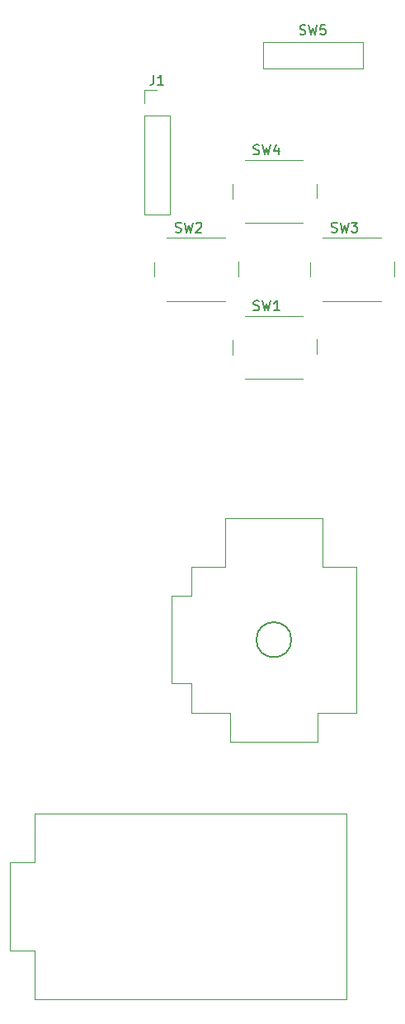
<source format=gbr>
%TF.GenerationSoftware,KiCad,Pcbnew,9.0.0*%
%TF.CreationDate,2025-04-04T15:17:04-04:00*%
%TF.ProjectId,right,72696768-742e-46b6-9963-61645f706362,rev?*%
%TF.SameCoordinates,Original*%
%TF.FileFunction,Legend,Top*%
%TF.FilePolarity,Positive*%
%FSLAX46Y46*%
G04 Gerber Fmt 4.6, Leading zero omitted, Abs format (unit mm)*
G04 Created by KiCad (PCBNEW 9.0.0) date 2025-04-04 15:17:04*
%MOMM*%
%LPD*%
G01*
G04 APERTURE LIST*
%ADD10C,0.150000*%
%ADD11C,0.120000*%
%ADD12C,0.100000*%
%ADD13C,0.200000*%
G04 APERTURE END LIST*
D10*
X125566667Y-65737200D02*
X125709524Y-65784819D01*
X125709524Y-65784819D02*
X125947619Y-65784819D01*
X125947619Y-65784819D02*
X126042857Y-65737200D01*
X126042857Y-65737200D02*
X126090476Y-65689580D01*
X126090476Y-65689580D02*
X126138095Y-65594342D01*
X126138095Y-65594342D02*
X126138095Y-65499104D01*
X126138095Y-65499104D02*
X126090476Y-65403866D01*
X126090476Y-65403866D02*
X126042857Y-65356247D01*
X126042857Y-65356247D02*
X125947619Y-65308628D01*
X125947619Y-65308628D02*
X125757143Y-65261009D01*
X125757143Y-65261009D02*
X125661905Y-65213390D01*
X125661905Y-65213390D02*
X125614286Y-65165771D01*
X125614286Y-65165771D02*
X125566667Y-65070533D01*
X125566667Y-65070533D02*
X125566667Y-64975295D01*
X125566667Y-64975295D02*
X125614286Y-64880057D01*
X125614286Y-64880057D02*
X125661905Y-64832438D01*
X125661905Y-64832438D02*
X125757143Y-64784819D01*
X125757143Y-64784819D02*
X125995238Y-64784819D01*
X125995238Y-64784819D02*
X126138095Y-64832438D01*
X126471429Y-64784819D02*
X126709524Y-65784819D01*
X126709524Y-65784819D02*
X126900000Y-65070533D01*
X126900000Y-65070533D02*
X127090476Y-65784819D01*
X127090476Y-65784819D02*
X127328572Y-64784819D01*
X127661905Y-64880057D02*
X127709524Y-64832438D01*
X127709524Y-64832438D02*
X127804762Y-64784819D01*
X127804762Y-64784819D02*
X128042857Y-64784819D01*
X128042857Y-64784819D02*
X128138095Y-64832438D01*
X128138095Y-64832438D02*
X128185714Y-64880057D01*
X128185714Y-64880057D02*
X128233333Y-64975295D01*
X128233333Y-64975295D02*
X128233333Y-65070533D01*
X128233333Y-65070533D02*
X128185714Y-65213390D01*
X128185714Y-65213390D02*
X127614286Y-65784819D01*
X127614286Y-65784819D02*
X128233333Y-65784819D01*
X138316667Y-45447200D02*
X138459524Y-45494819D01*
X138459524Y-45494819D02*
X138697619Y-45494819D01*
X138697619Y-45494819D02*
X138792857Y-45447200D01*
X138792857Y-45447200D02*
X138840476Y-45399580D01*
X138840476Y-45399580D02*
X138888095Y-45304342D01*
X138888095Y-45304342D02*
X138888095Y-45209104D01*
X138888095Y-45209104D02*
X138840476Y-45113866D01*
X138840476Y-45113866D02*
X138792857Y-45066247D01*
X138792857Y-45066247D02*
X138697619Y-45018628D01*
X138697619Y-45018628D02*
X138507143Y-44971009D01*
X138507143Y-44971009D02*
X138411905Y-44923390D01*
X138411905Y-44923390D02*
X138364286Y-44875771D01*
X138364286Y-44875771D02*
X138316667Y-44780533D01*
X138316667Y-44780533D02*
X138316667Y-44685295D01*
X138316667Y-44685295D02*
X138364286Y-44590057D01*
X138364286Y-44590057D02*
X138411905Y-44542438D01*
X138411905Y-44542438D02*
X138507143Y-44494819D01*
X138507143Y-44494819D02*
X138745238Y-44494819D01*
X138745238Y-44494819D02*
X138888095Y-44542438D01*
X139221429Y-44494819D02*
X139459524Y-45494819D01*
X139459524Y-45494819D02*
X139650000Y-44780533D01*
X139650000Y-44780533D02*
X139840476Y-45494819D01*
X139840476Y-45494819D02*
X140078572Y-44494819D01*
X140935714Y-44494819D02*
X140459524Y-44494819D01*
X140459524Y-44494819D02*
X140411905Y-44971009D01*
X140411905Y-44971009D02*
X140459524Y-44923390D01*
X140459524Y-44923390D02*
X140554762Y-44875771D01*
X140554762Y-44875771D02*
X140792857Y-44875771D01*
X140792857Y-44875771D02*
X140888095Y-44923390D01*
X140888095Y-44923390D02*
X140935714Y-44971009D01*
X140935714Y-44971009D02*
X140983333Y-45066247D01*
X140983333Y-45066247D02*
X140983333Y-45304342D01*
X140983333Y-45304342D02*
X140935714Y-45399580D01*
X140935714Y-45399580D02*
X140888095Y-45447200D01*
X140888095Y-45447200D02*
X140792857Y-45494819D01*
X140792857Y-45494819D02*
X140554762Y-45494819D01*
X140554762Y-45494819D02*
X140459524Y-45447200D01*
X140459524Y-45447200D02*
X140411905Y-45399580D01*
X141566667Y-65737200D02*
X141709524Y-65784819D01*
X141709524Y-65784819D02*
X141947619Y-65784819D01*
X141947619Y-65784819D02*
X142042857Y-65737200D01*
X142042857Y-65737200D02*
X142090476Y-65689580D01*
X142090476Y-65689580D02*
X142138095Y-65594342D01*
X142138095Y-65594342D02*
X142138095Y-65499104D01*
X142138095Y-65499104D02*
X142090476Y-65403866D01*
X142090476Y-65403866D02*
X142042857Y-65356247D01*
X142042857Y-65356247D02*
X141947619Y-65308628D01*
X141947619Y-65308628D02*
X141757143Y-65261009D01*
X141757143Y-65261009D02*
X141661905Y-65213390D01*
X141661905Y-65213390D02*
X141614286Y-65165771D01*
X141614286Y-65165771D02*
X141566667Y-65070533D01*
X141566667Y-65070533D02*
X141566667Y-64975295D01*
X141566667Y-64975295D02*
X141614286Y-64880057D01*
X141614286Y-64880057D02*
X141661905Y-64832438D01*
X141661905Y-64832438D02*
X141757143Y-64784819D01*
X141757143Y-64784819D02*
X141995238Y-64784819D01*
X141995238Y-64784819D02*
X142138095Y-64832438D01*
X142471429Y-64784819D02*
X142709524Y-65784819D01*
X142709524Y-65784819D02*
X142900000Y-65070533D01*
X142900000Y-65070533D02*
X143090476Y-65784819D01*
X143090476Y-65784819D02*
X143328572Y-64784819D01*
X143614286Y-64784819D02*
X144233333Y-64784819D01*
X144233333Y-64784819D02*
X143900000Y-65165771D01*
X143900000Y-65165771D02*
X144042857Y-65165771D01*
X144042857Y-65165771D02*
X144138095Y-65213390D01*
X144138095Y-65213390D02*
X144185714Y-65261009D01*
X144185714Y-65261009D02*
X144233333Y-65356247D01*
X144233333Y-65356247D02*
X144233333Y-65594342D01*
X144233333Y-65594342D02*
X144185714Y-65689580D01*
X144185714Y-65689580D02*
X144138095Y-65737200D01*
X144138095Y-65737200D02*
X144042857Y-65784819D01*
X144042857Y-65784819D02*
X143757143Y-65784819D01*
X143757143Y-65784819D02*
X143661905Y-65737200D01*
X143661905Y-65737200D02*
X143614286Y-65689580D01*
X133566667Y-57737200D02*
X133709524Y-57784819D01*
X133709524Y-57784819D02*
X133947619Y-57784819D01*
X133947619Y-57784819D02*
X134042857Y-57737200D01*
X134042857Y-57737200D02*
X134090476Y-57689580D01*
X134090476Y-57689580D02*
X134138095Y-57594342D01*
X134138095Y-57594342D02*
X134138095Y-57499104D01*
X134138095Y-57499104D02*
X134090476Y-57403866D01*
X134090476Y-57403866D02*
X134042857Y-57356247D01*
X134042857Y-57356247D02*
X133947619Y-57308628D01*
X133947619Y-57308628D02*
X133757143Y-57261009D01*
X133757143Y-57261009D02*
X133661905Y-57213390D01*
X133661905Y-57213390D02*
X133614286Y-57165771D01*
X133614286Y-57165771D02*
X133566667Y-57070533D01*
X133566667Y-57070533D02*
X133566667Y-56975295D01*
X133566667Y-56975295D02*
X133614286Y-56880057D01*
X133614286Y-56880057D02*
X133661905Y-56832438D01*
X133661905Y-56832438D02*
X133757143Y-56784819D01*
X133757143Y-56784819D02*
X133995238Y-56784819D01*
X133995238Y-56784819D02*
X134138095Y-56832438D01*
X134471429Y-56784819D02*
X134709524Y-57784819D01*
X134709524Y-57784819D02*
X134900000Y-57070533D01*
X134900000Y-57070533D02*
X135090476Y-57784819D01*
X135090476Y-57784819D02*
X135328572Y-56784819D01*
X136138095Y-57118152D02*
X136138095Y-57784819D01*
X135900000Y-56737200D02*
X135661905Y-57451485D01*
X135661905Y-57451485D02*
X136280952Y-57451485D01*
X123316666Y-49624819D02*
X123316666Y-50339104D01*
X123316666Y-50339104D02*
X123269047Y-50481961D01*
X123269047Y-50481961D02*
X123173809Y-50577200D01*
X123173809Y-50577200D02*
X123030952Y-50624819D01*
X123030952Y-50624819D02*
X122935714Y-50624819D01*
X124316666Y-50624819D02*
X123745238Y-50624819D01*
X124030952Y-50624819D02*
X124030952Y-49624819D01*
X124030952Y-49624819D02*
X123935714Y-49767676D01*
X123935714Y-49767676D02*
X123840476Y-49862914D01*
X123840476Y-49862914D02*
X123745238Y-49910533D01*
X133566667Y-73737200D02*
X133709524Y-73784819D01*
X133709524Y-73784819D02*
X133947619Y-73784819D01*
X133947619Y-73784819D02*
X134042857Y-73737200D01*
X134042857Y-73737200D02*
X134090476Y-73689580D01*
X134090476Y-73689580D02*
X134138095Y-73594342D01*
X134138095Y-73594342D02*
X134138095Y-73499104D01*
X134138095Y-73499104D02*
X134090476Y-73403866D01*
X134090476Y-73403866D02*
X134042857Y-73356247D01*
X134042857Y-73356247D02*
X133947619Y-73308628D01*
X133947619Y-73308628D02*
X133757143Y-73261009D01*
X133757143Y-73261009D02*
X133661905Y-73213390D01*
X133661905Y-73213390D02*
X133614286Y-73165771D01*
X133614286Y-73165771D02*
X133566667Y-73070533D01*
X133566667Y-73070533D02*
X133566667Y-72975295D01*
X133566667Y-72975295D02*
X133614286Y-72880057D01*
X133614286Y-72880057D02*
X133661905Y-72832438D01*
X133661905Y-72832438D02*
X133757143Y-72784819D01*
X133757143Y-72784819D02*
X133995238Y-72784819D01*
X133995238Y-72784819D02*
X134138095Y-72832438D01*
X134471429Y-72784819D02*
X134709524Y-73784819D01*
X134709524Y-73784819D02*
X134900000Y-73070533D01*
X134900000Y-73070533D02*
X135090476Y-73784819D01*
X135090476Y-73784819D02*
X135328572Y-72784819D01*
X136233333Y-73784819D02*
X135661905Y-73784819D01*
X135947619Y-73784819D02*
X135947619Y-72784819D01*
X135947619Y-72784819D02*
X135852381Y-72927676D01*
X135852381Y-72927676D02*
X135757143Y-73022914D01*
X135757143Y-73022914D02*
X135661905Y-73070533D01*
D11*
%TO.C,SW2*%
X123400000Y-68830000D02*
X123400000Y-70330000D01*
X124650000Y-72830000D02*
X130650000Y-72830000D01*
X130650000Y-66330000D02*
X124650000Y-66330000D01*
X132050000Y-70280000D02*
X132050000Y-68780000D01*
%TO.C,SW5*%
X134540000Y-46220000D02*
X144760000Y-46220000D01*
X144760000Y-48940000D01*
X134540000Y-48940000D01*
X134540000Y-46220000D01*
%TO.C,SW3*%
X139400000Y-68830000D02*
X139400000Y-70330000D01*
X140650000Y-72830000D02*
X146650000Y-72830000D01*
X146650000Y-66330000D02*
X140650000Y-66330000D01*
X148050000Y-70280000D02*
X148050000Y-68780000D01*
D12*
%TO.C,U1*%
X108580000Y-130460000D02*
X111080000Y-130460000D01*
X108580000Y-139460000D02*
X108580000Y-130460000D01*
X111080000Y-125460000D02*
X143080000Y-125460000D01*
X111080000Y-130460000D02*
X111080000Y-125460000D01*
X111080000Y-139460000D02*
X108580000Y-139460000D01*
X111080000Y-144460000D02*
X111080000Y-139460000D01*
X143080000Y-125460000D02*
X143080000Y-144460000D01*
X143080000Y-144460000D02*
X111080000Y-144460000D01*
D11*
%TO.C,SW4*%
X131400000Y-60830000D02*
X131400000Y-62330000D01*
X132650000Y-64830000D02*
X138650000Y-64830000D01*
X138650000Y-58330000D02*
X132650000Y-58330000D01*
X140050000Y-62280000D02*
X140050000Y-60780000D01*
%TO.C,J1*%
X122320000Y-51170000D02*
X123650000Y-51170000D01*
X122320000Y-52500000D02*
X122320000Y-51170000D01*
X122320000Y-53770000D02*
X122320000Y-63990000D01*
X122320000Y-53770000D02*
X124980000Y-53770000D01*
X122320000Y-63990000D02*
X124980000Y-63990000D01*
X124980000Y-53770000D02*
X124980000Y-63990000D01*
%TO.C,SW1*%
X131400000Y-76830000D02*
X131400000Y-78330000D01*
X132650000Y-80830000D02*
X138650000Y-80830000D01*
X138650000Y-74330000D02*
X132650000Y-74330000D01*
X140050000Y-78280000D02*
X140050000Y-76780000D01*
D12*
%TO.C,U3*%
X125150000Y-103080000D02*
X125150000Y-112080000D01*
X125150000Y-112080000D02*
X127150000Y-112080000D01*
X127150000Y-100080000D02*
X127150000Y-103080000D01*
X127150000Y-103080000D02*
X125150000Y-103080000D01*
X127150000Y-112080000D02*
X127150000Y-115080000D01*
X127150000Y-115080000D02*
X131150000Y-115080000D01*
X130650000Y-100080000D02*
X127150000Y-100080000D01*
X130650000Y-100080000D02*
X130650000Y-95080000D01*
X131150000Y-115080000D02*
X131150000Y-118080000D01*
X131150000Y-118080000D02*
X140150000Y-118080000D01*
X140150000Y-115080000D02*
X144150000Y-115080000D01*
X140150000Y-118080000D02*
X140150000Y-115080000D01*
X140650000Y-95080000D02*
X130650000Y-95080000D01*
X140650000Y-100080000D02*
X140650000Y-95080000D01*
X144150000Y-100080000D02*
X140650000Y-100080000D01*
X144150000Y-115080000D02*
X144150000Y-100080000D01*
D13*
X137446034Y-107580000D02*
G75*
G02*
X133853966Y-107580000I-1796034J0D01*
G01*
X133853966Y-107580000D02*
G75*
G02*
X137446034Y-107580000I1796034J0D01*
G01*
%TD*%
M02*

</source>
